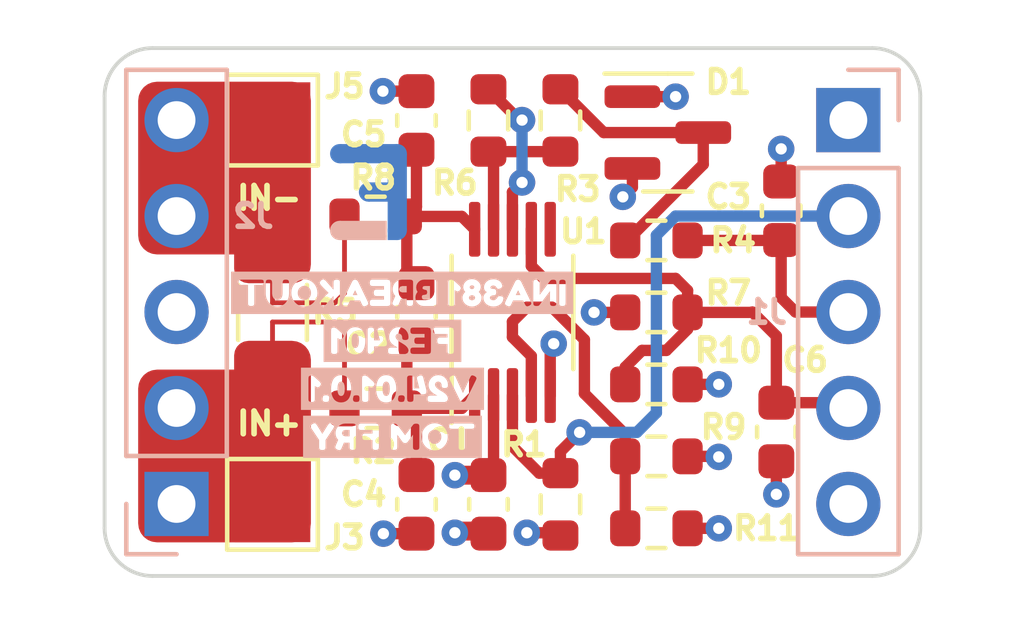
<source format=kicad_pcb>
(kicad_pcb (version 20221018) (generator pcbnew)
  (title_block (title "INA381 Breakout") (date "2024-01-03") (rev "V24.01.0.1") (company "Fried Electronics") (comment 1 "Tom Fry"))
  (layers (0 "F.Cu" signal) (1 "In1.Cu" power) (2 "In2.Cu" power) (31 "B.Cu" signal) (34 "B.Paste" user) (35 "F.Paste" user) (36 "B.SilkS" user "B.Silkscreen") (37 "F.SilkS" user "F.Silkscreen") (38 "B.Mask" user) (39 "F.Mask" user) (44 "Edge.Cuts" user))
  (net 0 "")
  (net 1 "GND")
  (net 2 "VDD")
  (net 3 "Net-(J1-Pin_3)")
  (net 4 "Net-(D1-COM)")
  (net 5 "/RES+")
  (net 7 "/RES-")
  (net 8 "/IN+")
  (net 9 "/IN-")
  (net 10 "/~{ALERT}")
  (net 12 "/CMPREF")
  (net 13 "/VOUT")
  (net 14 "/CMPIN")
  (net 15 "/RESET")
  (footprint "Resistor_SMD:R_0603_1608Metric" (layer "F.Cu") (at 153.035 83.82 90)
    (fp_text reference "R3" (at -1.8188 0.4572 unlocked) (layer "F.SilkS") (effects (font (size 0.6 0.6))))
    (fp_text value "100R")
    (pad "1" smd roundrect (at -0.825 0 90) (size 0.8 0.95) (layers "F.Cu" "F.Paste" "F.Mask") (net 13 "/VOUT"))
    (pad "2" smd roundrect (at 0.825 0 90) (size 0.8 0.95) (layers "F.Cu" "F.Paste" "F.Mask") (net 4 "Net-(D1-COM)"))
  )
  (footprint "Capacitor_SMD:C_0603_1608Metric" (layer "F.Cu") (at 149.225 88.9 90)
    (fp_text reference "C2" (at -0.879 -1.27 unlocked) (layer "F.SilkS") (effects (font (size 0.6 0.6))))
    (fp_text value "100nF")
    (pad "1" smd roundrect (at -0.775 0 90) (size 0.9 0.95) (layers "F.Cu" "F.Paste" "F.Mask") (net 8 "/IN+"))
    (pad "2" smd roundrect (at 0.775 0 90) (size 0.9 0.95) (layers "F.Cu" "F.Paste" "F.Mask") (net 9 "/IN-"))
  )
  (footprint "Resistor_SMD:R_0603_1608Metric" (layer "F.Cu") (at 155.575 88.9)
    (fp_text reference "R7" (at 1.905 -0.518 unlocked) (layer "F.SilkS") (effects (font (size 0.6 0.6))))
    (fp_text value "10k")
    (pad "1" smd roundrect (at -0.825 0) (size 0.8 0.95) (layers "F.Cu" "F.Paste" "F.Mask") (net 2 "VDD"))
    (pad "2" smd roundrect (at 0.825 0) (size 0.8 0.95) (layers "F.Cu" "F.Paste" "F.Mask") (net 12 "/CMPREF"))
  )
  (footprint "Capacitor_SMD:C_0603_1608Metric" (layer "F.Cu") (at 149.225 83.82 90)
    (fp_text reference "C5" (at -0.371 -1.397 unlocked) (layer "F.SilkS") (effects (font (size 0.6 0.6))))
    (fp_text value "100nF")
    (pad "1" smd roundrect (at -0.775 0 90) (size 0.9 0.95) (layers "F.Cu" "F.Paste" "F.Mask") (net 9 "/IN-"))
    (pad "2" smd roundrect (at 0.775 0 90) (size 0.9 0.95) (layers "F.Cu" "F.Paste" "F.Mask") (net 1 "GND"))
  )
  (footprint "Resistor_SMD:R_1206_3216Metric" (layer "F.Cu") (at 145.415 88.9 90)
    (fp_text reference "R5" (at 0.01 1.651 unlocked) (layer "F.SilkS") (effects (font (size 0.6 0.6))))
    (fp_text value "0.020R")
    (pad "1" smd roundrect (at -1.4625 0 90) (size 1.125 1.75) (layers "F.Cu" "F.Paste" "F.Mask") (roundrect_rratio 0.2222222222) (net 5 "/RES+"))
    (pad "2" smd roundrect (at 1.4625 0 90) (size 1.125 1.75) (layers "F.Cu" "F.Paste" "F.Mask") (roundrect_rratio 0.2222222222) (net 7 "/RES-"))
  )
  (footprint "Package_SO:VSSOP-10_3x3mm_P0.5mm" (layer "F.Cu") (at 151.765 88.9 90)
    (fp_text reference "U1" (at 2.1436 1.8796 unlocked) (layer "F.SilkS") (effects (font (size 0.6 0.6))))
    (fp_text value "INA381")
    (pad "1" smd roundrect (at -2.2 -1 90) (size 1.45 0.3) (layers "F.Cu" "F.Paste" "F.Mask") (net 8 "/IN+"))
    (pad "2" smd roundrect (at -2.2 -0.5 90) (size 1.45 0.3) (layers "F.Cu" "F.Paste" "F.Mask") (net 2 "VDD"))
    (pad "3" smd roundrect (at -2.2 0 90) (size 1.45 0.3) (layers "F.Cu" "F.Paste" "F.Mask") (net 10 "/~{ALERT}"))
    (pad "4" smd roundrect (at -2.2 0.5 90) (size 1.45 0.3) (layers "F.Cu" "F.Paste" "F.Mask") (net 15 "/RESET"))
    (pad "5" smd roundrect (at -2.2 1 90) (size 1.45 0.3) (layers "F.Cu" "F.Paste" "F.Mask") (net 1 "GND"))
    (pad "6" smd roundrect (at 2.2 1 90) (size 1.45 0.3) (layers "F.Cu" "F.Paste" "F.Mask"))
    (pad "7" smd roundrect (at 2.2 0.5 90) (size 1.45 0.3) (layers "F.Cu" "F.Paste" "F.Mask") (net 12 "/CMPREF"))
    (pad "8" smd roundrect (at 2.2 0 90) (size 1.45 0.3) (layers "F.Cu" "F.Paste" "F.Mask") (net 14 "/CMPIN"))
    (pad "9" smd roundrect (at 2.2 -0.5 90) (size 1.45 0.3) (layers "F.Cu" "F.Paste" "F.Mask") (net 13 "/VOUT"))
    (pad "10" smd roundrect (at 2.2 -1 90) (size 1.45 0.3) (layers "F.Cu" "F.Paste" "F.Mask") (net 9 "/IN-"))
  )
  (footprint "Capacitor_SMD:C_0603_1608Metric" (layer "F.Cu") (at 158.75 92.065 -90)
    (fp_text reference "C6" (at -1.905 -0.762 unlocked) (layer "F.SilkS") (effects (font (size 0.6 0.6))))
    (fp_text value "1uF")
    (pad "1" smd roundrect (at -0.775 0 270) (size 0.9 0.95) (layers "F.Cu" "F.Paste" "F.Mask") (net 12 "/CMPREF"))
    (pad "2" smd roundrect (at 0.775 0 270) (size 0.9 0.95) (layers "F.Cu" "F.Paste" "F.Mask") (net 1 "GND"))
  )
  (footprint "Package_TO_SOT_SMD:SOT-23" (layer "F.Cu") (at 155.8775 84.14)
    (fp_text reference "D1" (at 1.6025 -1.336 unlocked) (layer "F.SilkS") (effects (font (size 0.6 0.6))))
    (fp_text value "BAT54S")
    (pad "1" smd roundrect (at -0.9375 -0.95) (size 1.475 0.6) (layers "F.Cu" "F.Paste" "F.Mask") (net 1 "GND"))
    (pad "2" smd roundrect (at -0.9375 0.95) (size 1.475 0.6) (layers "F.Cu" "F.Paste" "F.Mask") (net 2 "VDD"))
    (pad "3" smd roundrect (at 0.9375 0) (size 1.475 0.6) (layers "F.Cu" "F.Paste" "F.Mask") (net 4 "Net-(D1-COM)"))
  )
  (footprint "Resistor_SMD:R_0603_1608Metric" (layer "F.Cu") (at 151.13 83.82 90)
    (fp_text reference "R6" (at -1.651 -0.889 unlocked) (layer "F.SilkS") (effects (font (size 0.6 0.6))))
    (fp_text value "0R")
    (pad "1" smd roundrect (at -0.825 0 90) (size 0.8 0.95) (layers "F.Cu" "F.Paste" "F.Mask") (net 13 "/VOUT"))
    (pad "2" smd roundrect (at 0.825 0 90) (size 0.8 0.95) (layers "F.Cu" "F.Paste" "F.Mask") (net 14 "/CMPIN"))
  )
  (footprint "Resistor_SMD:R_0603_1608Metric" (layer "F.Cu") (at 155.575 94.615)
    (fp_text reference "R11" (at 2.921 0 unlocked) (layer "F.SilkS") (effects (font (size 0.6 0.6))))
    (fp_text value "0R")
    (pad "1" smd roundrect (at -0.825 0) (size 0.8 0.95) (layers "F.Cu" "F.Paste" "F.Mask") (net 15 "/RESET"))
    (pad "2" smd roundrect (at 0.825 0) (size 0.8 0.95) (layers "F.Cu" "F.Paste" "F.Mask") (net 1 "GND"))
  )
  (footprint "Capacitor_SMD:C_0603_1608Metric" (layer "F.Cu") (at 158.877 86.21 90)
    (fp_text reference "C3" (at 0.368 -1.397 unlocked) (layer "F.SilkS") (effects (font (size 0.6 0.6))))
    (fp_text value "10nF")
    (pad "1" smd roundrect (at -0.775 0 90) (size 0.9 0.95) (layers "F.Cu" "F.Paste" "F.Mask") (net 3 "Net-(J1-Pin_3)"))
    (pad "2" smd roundrect (at 0.775 0 90) (size 0.9 0.95) (layers "F.Cu" "F.Paste" "F.Mask") (net 1 "GND"))
  )
  (footprint "Resistor_SMD:R_0603_1608Metric" (layer "F.Cu") (at 155.575 92.71 180)
    (fp_text reference "R9" (at -1.778 0.772 unlocked) (layer "F.SilkS") (effects (font (size 0.6 0.6))))
    (fp_text value "0R")
    (pad "1" smd roundrect (at -0.825 0 180) (size 0.8 0.95) (layers "F.Cu" "F.Paste" "F.Mask") (net 2 "VDD"))
    (pad "2" smd roundrect (at 0.825 0 180) (size 0.8 0.95) (layers "F.Cu" "F.Paste" "F.Mask") (net 15 "/RESET"))
  )
  (footprint "Resistor_SMD:R_0603_1608Metric" (layer "F.Cu") (at 155.575 90.805)
    (fp_text reference "R10" (at 1.905 -0.899 unlocked) (layer "F.SilkS") (effects (font (size 0.6 0.6))))
    (fp_text value "10k")
    (pad "1" smd roundrect (at -0.825 0) (size 0.8 0.95) (layers "F.Cu" "F.Paste" "F.Mask") (net 12 "/CMPREF"))
    (pad "2" smd roundrect (at 0.825 0) (size 0.8 0.95) (layers "F.Cu" "F.Paste" "F.Mask") (net 1 "GND"))
  )
  (footprint "Resistor_SMD:R_0603_1608Metric" (layer "F.Cu") (at 155.575 86.995)
    (fp_text reference "R4" (at 2.032 0 unlocked) (layer "F.SilkS") (effects (font (size 0.6 0.6))))
    (fp_text value "0R")
    (pad "1" smd roundrect (at -0.825 0) (size 0.8 0.95) (layers "F.Cu" "F.Paste" "F.Mask") (net 4 "Net-(D1-COM)"))
    (pad "2" smd roundrect (at 0.825 0) (size 0.8 0.95) (layers "F.Cu" "F.Paste" "F.Mask") (net 3 "Net-(J1-Pin_3)"))
  )
  (footprint "Capacitor_SMD:C_0603_1608Metric" (layer "F.Cu") (at 149.225 93.98 -90)
    (fp_text reference "C4" (at -0.264 1.397 unlocked) (layer "F.SilkS") (effects (font (size 0.6 0.6))))
    (fp_text value "100nF")
    (pad "1" smd roundrect (at -0.775 0 270) (size 0.9 0.95) (layers "F.Cu" "F.Paste" "F.Mask") (net 8 "/IN+"))
    (pad "2" smd roundrect (at 0.775 0 270) (size 0.9 0.95) (layers "F.Cu" "F.Paste" "F.Mask") (net 1 "GND"))
  )
  (footprint "TestPoint:TestPoint_Pad_2.0x2.0mm" (layer "F.Cu") (at 145.415 93.98)
    (fp_text reference "J3" (at 1.905 0.879 unlocked) (layer "F.SilkS") (effects (font (size 0.6 0.6))))
    (fp_text value "IN+")
    (pad "1" smd rect (at 0 0) (size 2 2) (layers "F.Cu" "F.Mask") (net 5 "/RES+"))
  )
  (footprint "Resistor_SMD:R_0603_1608Metric" (layer "F.Cu") (at 148.145 91.44)
    (fp_text reference "R2" (at -0.063 1.133 unlocked) (layer "F.SilkS") (effects (font (size 0.6 0.6))))
    (fp_text value "10R")
    (pad "1" smd roundrect (at -0.825 0) (size 0.8 0.95) (layers "F.Cu" "F.Paste" "F.Mask") (net 5 "/RES+"))
    (pad "2" smd roundrect (at 0.825 0) (size 0.8 0.95) (layers "F.Cu" "F.Paste" "F.Mask") (net 8 "/IN+"))
  )
  (footprint "Resistor_SMD:R_0603_1608Metric" (layer "F.Cu") (at 148.145 86.36)
    (fp_text reference "R8" (at -0.063 -1.026 unlocked) (layer "F.SilkS") (effects (font (size 0.6 0.6))))
    (fp_text value "10R")
    (pad "1" smd roundrect (at -0.825 0) (size 0.8 0.95) (layers "F.Cu" "F.Paste" "F.Mask") (net 7 "/RES-"))
    (pad "2" smd roundrect (at 0.825 0) (size 0.8 0.95) (layers "F.Cu" "F.Paste" "F.Mask") (net 9 "/IN-"))
  )
  (footprint "Capacitor_SMD:C_0603_1608Metric" (layer "F.Cu") (at 151.13 93.98 90)
    (fp_text reference "C1" (at 1.661 -1.016 unlocked) (layer "F.SilkS") (effects (font (size 0.6 0.6))))
    (fp_text value "100nF")
    (pad "1" smd roundrect (at -0.775 0 90) (size 0.9 0.95) (layers "F.Cu" "F.Paste" "F.Mask") (net 1 "GND"))
    (pad "2" smd roundrect (at 0.775 0 90) (size 0.9 0.95) (layers "F.Cu" "F.Paste" "F.Mask") (net 2 "VDD"))
  )
  (footprint "TestPoint:TestPoint_Pad_2.0x2.0mm" (layer "F.Cu") (at 145.415 83.81)
    (fp_text reference "J5" (at 1.905 -0.889 unlocked) (layer "F.SilkS") (effects (font (size 0.6 0.6))))
    (fp_text value "IN-")
    (pad "1" smd rect (at 0 0) (size 2 2) (layers "F.Cu" "F.Mask") (net 7 "/RES-"))
  )
  (footprint "Resistor_SMD:R_0603_1608Metric" (layer "F.Cu") (at 153.035 93.98 90)
    (fp_text reference "R1" (at 1.5848 -0.9652 unlocked) (layer "F.SilkS") (effects (font (size 0.6 0.6))))
    (fp_text value "10k")
    (pad "1" smd roundrect (at -0.825 0 90) (size 0.8 0.95) (layers "F.Cu" "F.Paste" "F.Mask") (net 2 "VDD"))
    (pad "2" smd roundrect (at 0.825 0 90) (size 0.8 0.95) (layers "F.Cu" "F.Paste" "F.Mask") (net 10 "/~{ALERT}"))
  )
  (footprint "kibuzzard-659961C4" (layer "B.Cu") (at 148.59 89.652 180)
    (fp_text reference "kibuzzard-659961C4" hide)
    (fp_text value "G***" hide)
  )
  (footprint "Connector_PinHeader_2.54mm:PinHeader_1x05_P2.54mm_Vertical" (layer "B.Cu") (at 160.655 83.81 180)
    (fp_text reference "J1" (at 2.159 -5.08 unlocked) (layer "B.SilkS") (effects (font (size 0.6 0.6)) (justify mirror)))
    (fp_text value "Conn_01x05")
    (pad "1" thru_hole rect (at 0 0 180) (size 1.7 1.7) (drill 1) (layers "*.Cu" "*.Mask") (net 2 "VDD"))
    (pad "2" thru_hole oval (at 0 -2.54 180) (size 1.7 1.7) (drill 1) (layers "*.Cu" "*.Mask") (net 10 "/~{ALERT}"))
    (pad "3" thru_hole oval (at 0 -5.08 180) (size 1.7 1.7) (drill 1) (layers "*.Cu" "*.Mask") (net 3 "Net-(J1-Pin_3)"))
    (pad "4" thru_hole oval (at 0 -7.62 180) (size 1.7 1.7) (drill 1) (layers "*.Cu" "*.Mask") (net 12 "/CMPREF"))
    (pad "5" thru_hole oval (at 0 -10.16 180) (size 1.7 1.7) (drill 1) (layers "*.Cu" "*.Mask") (net 1 "GND"))
  )
  (footprint "kibuzzard-6599620A" (layer "B.Cu") (at 148.59 90.922 180)
    (fp_text reference "kibuzzard-6599620A" hide)
    (fp_text value "G***" hide)
  )
  (footprint "Connector_PinHeader_2.54mm:PinHeader_1x05_P2.54mm_Vertical" (layer "B.Cu") (at 142.875 93.97)
    (fp_text reference "J2" (at 2.032 -7.62 unlocked) (layer "B.SilkS") (effects (font (size 0.6 0.6)) (justify mirror)))
    (fp_text value "Conn_01x05")
    (pad "1" thru_hole rect (at 0 0) (size 1.7 1.7) (drill 1) (layers "*.Cu" "*.Mask") (net 5 "/RES+"))
    (pad "2" thru_hole oval (at 0 -2.54) (size 1.7 1.7) (drill 1) (layers "*.Cu" "*.Mask") (net 5 "/RES+"))
    (pad "3" thru_hole oval (at 0 -5.08) (size 1.7 1.7) (drill 1) (layers "*.Cu" "*.Mask"))
    (pad "4" thru_hole oval (at 0 -7.62) (size 1.7 1.7) (drill 1) (layers "*.Cu" "*.Mask") (net 7 "/RES-"))
    (pad "5" thru_hole oval (at 0 -10.16) (size 1.7 1.7) (drill 1) (layers "*.Cu" "*.Mask") (net 7 "/RES-"))
  )
  (footprint "kibuzzard-65996276" (layer "B.Cu") (at 148.59 92.192 180)
    (fp_text reference "kibuzzard-65996276" hide)
    (fp_text value "G***" hide)
  )
  (footprint "friedElectronicsFootprints:Icon_Small" (layer "B.Cu") (at 147.955 85.715 180)
    (fp_text reference "REF**")
    (fp_text value "Icon_Small")
    (fp_circle (center -0.762 -1.016) (end -1.016 -1.016) (stroke (width 0.001)) (fill solid) (layer "B.Cu"))
    (fp_circle (center -0.762 1.016) (end -1.016 1.016) (stroke (width 0.001)) (fill solid) (layer "B.Cu"))
    (fp_circle (center 0 0) (end 0.254 0) (stroke (width 0.001)) (fill solid) (layer "B.Cu"))
    (fp_circle (center 0.762 1.016) (end 1.016 1.016) (stroke (width 0.001)) (fill solid) (layer "B.Cu"))
    (fp_poly (pts (xy -1.016 1.016) (xy -1.016 -1.016) (xy -0.762 -1.27) (xy -0.508 -1.27) (xy -0.508 -0.254) (xy 0 -0.254) (xy 0 0.254) (xy -0.508 0.254) (xy -0.508 0.762) (xy 0.762 0.762) (xy 0.762 1.27) (xy -0.762 1.27)) (stroke (width 0.001)) (fill solid) (layer "B.Cu"))
  )
  (footprint "kibuzzard-65996284" (layer "B.Cu") (at 148.844 88.382 180)
    (fp_text reference "kibuzzard-65996284" hide)
    (fp_text value "G***" hide)
  )
  (gr_arc (start 161.29 81.905) (mid 162.188026 82.276974) (end 162.56 83.175) (stroke (width 0.1)) (layer "Edge.Cuts"))
  (gr_arc (start 162.56 94.605) (mid 162.188026 95.503026) (end 161.29 95.875) (stroke (width 0.1)) (layer "Edge.Cuts"))
  (gr_arc (start 140.97 83.175) (mid 141.341974 82.276974) (end 142.24 81.905) (stroke (width 0.1)) (layer "Edge.Cuts"))
  (gr_arc (start 142.24 95.875) (mid 141.341974 95.503026) (end 140.97 94.605) (stroke (width 0.1)) (layer "Edge.Cuts"))
  (gr_line (start 140.97 83.175) (end 140.97 94.605) (stroke (width 0.1)) (layer "Edge.Cuts"))
  (gr_line (start 142.24 81.905) (end 161.29 81.905) (stroke (width 0.1)) (layer "Edge.Cuts"))
  (gr_line (start 162.56 94.605) (end 162.56 83.175) (stroke (width 0.1)) (layer "Edge.Cuts"))
  (gr_line (start 161.29 95.875) (end 142.24 95.875) (stroke (width 0.1)) (layer "Edge.Cuts"))
  (gr_text "IN-" (at 144.399 86.223) (layer "F.SilkS") (effects (font (size 0.6 0.6) (thickness 0.15) bold) (justify left bottom)))
  (gr_text "IN+" (at 144.399 92.192) (layer "F.SilkS") (effects (font (size 0.6 0.6) (thickness 0.15) bold) (justify left bottom)))
  (segment (start 150.285341 94.687659) (end 151.13 94.687659) (width 0.5) (layer "F.Cu") (net 1))
  (segment (start 150.241 94.732) (end 150.285341 94.687659) (width 0.5) (layer "F.Cu") (net 1))
  (segment (start 156.4 90.805) (end 157.226 90.805) (width 0.3) (layer "F.Cu") (net 1))
  (segment (start 151.13 94.755) (end 151.13 94.687659) (width 0.3) (layer "F.Cu") (net 1))
  (segment (start 152.765 89.8195) (end 152.765 91.1) (width 0.3) (layer "F.Cu") (net 1))
  (segment (start 158.877 85.435) (end 158.877 84.572) (width 0.3) (layer "F.Cu") (net 1))
  (segment (start 152.85675 89.72775) (end 152.765 89.8195) (width 0.3) (layer "F.Cu") (net 1))
  (segment (start 148.336 83.045) (end 149.225 83.045) (width 0.3) (layer "F.Cu") (net 1))
  (segment (start 156.083 83.19) (end 154.94 83.19) (width 0.3) (layer "F.Cu") (net 1))
  (segment (start 158.75 92.84) (end 158.75 93.716) (width 0.3) (layer "F.Cu") (net 1))
  (segment (start 148.349 94.755) (end 149.225 94.755) (width 0.3) (layer "F.Cu") (net 1))
  (segment (start 156.4 94.615) (end 157.226 94.615) (width 0.3) (layer "F.Cu") (net 1))
  (via (at 148.349 94.755) (size 0.7) (drill 0.3) (layers "F.Cu" "B.Cu") (net 1))
  (via (at 156.083 83.19) (size 0.7) (drill 0.3) (layers "F.Cu" "B.Cu") (net 1))
  (via (at 157.226 90.805) (size 0.7) (drill 0.3) (layers "F.Cu" "B.Cu") (net 1))
  (via (at 158.75 93.716) (size 0.7) (drill 0.3) (layers "F.Cu" "B.Cu") (net 1))
  (via (at 157.226 94.615) (size 0.7) (drill 0.3) (layers "F.Cu" "B.Cu") (net 1))
  (via (at 158.877 84.572) (size 0.7) (drill 0.3) (layers "F.Cu" "B.Cu") (net 1))
  (via (at 152.85675 89.72775) (size 0.7) (drill 0.3) (layers "F.Cu" "B.Cu") (net 1))
  (via (at 148.336 83.045) (size 0.7) (drill 0.3) (layers "F.Cu" "B.Cu") (net 1))
  (via (at 150.241 94.732) (size 0.7) (drill 0.3) (layers "F.Cu" "B.Cu") (net 1))
  (segment (start 151.265 91.1) (end 151.265 93.07) (width 0.3) (layer "F.Cu") (net 2))
  (segment (start 152.962 94.732) (end 153.035 94.805) (width 0.3) (layer "F.Cu") (net 2))
  (segment (start 154.686 85.842) (end 154.94 85.588) (width 0.3) (layer "F.Cu") (net 2))
  (segment (start 152.146 94.732) (end 152.962 94.732) (width 0.3) (layer "F.Cu") (net 2))
  (segment (start 151.265 93.07) (end 151.13 93.205) (width 0.3) (layer "F.Cu") (net 2))
  (segment (start 157.226 92.7245) (end 157.2115 92.71) (width 0.3) (layer "F.Cu") (net 2))
  (segment (start 154.94 85.588) (end 154.94 85.09) (width 0.3) (layer "F.Cu") (net 2))
  (segment (start 150.241 93.208) (end 151.127 93.208) (width 0.5) (layer "F.Cu") (net 2))
  (segment (start 151.127 93.208) (end 151.13 93.205) (width 0.5) (layer "F.Cu") (net 2))
  (segment (start 153.924 88.9) (end 154.75 88.9) (width 0.3) (layer "F.Cu") (net 2))
  (segment (start 157.2115 92.71) (end 156.4 92.71) (width 0.3) (layer "F.Cu") (net 2))
  (via (at 154.686 85.842) (size 0.7) (drill 0.3) (layers "F.Cu" "B.Cu") (net 2))
  (via (at 153.924 88.9) (size 0.7) (drill 0.3) (layers "F.Cu" "B.Cu") (net 2))
  (via (at 157.226 92.7245) (size 0.7) (drill 0.3) (layers "F.Cu" "B.Cu") (net 2))
  (via (at 152.146 94.732) (size 0.7) (drill 0.3) (layers "F.Cu" "B.Cu") (net 2))
  (via (at 150.241 93.208) (size 0.7) (drill 0.3) (layers "F.Cu" "B.Cu") (net 2))
  (segment (start 158.877 88.509) (end 159.258 88.89) (width 0.3) (layer "F.Cu") (net 3))
  (segment (start 159.258 88.89) (end 160.655 88.89) (width 0.3) (layer "F.Cu") (net 3))
  (segment (start 156.4 86.995) (end 158.867 86.995) (width 0.3) (layer "F.Cu") (net 3))
  (segment (start 158.877 86.985) (end 158.877 88.509) (width 0.3) (layer "F.Cu") (net 3))
  (segment (start 158.867 86.995) (end 158.877 86.985) (width 0.3) (layer "F.Cu") (net 3))
  (segment (start 154.803 86.995) (end 156.815 84.983) (width 0.3) (layer "F.Cu") (net 4))
  (segment (start 154.18 84.14) (end 156.815 84.14) (width 0.3) (layer "F.Cu") (net 4))
  (segment (start 153.035 82.995) (end 154.18 84.14) (width 0.3) (layer "F.Cu") (net 4))
  (segment (start 156.815 84.983) (end 156.815 84.14) (width 0.3) (layer "F.Cu") (net 4))
  (segment (start 154.75 86.995) (end 154.803 86.995) (width 0.3) (layer "F.Cu") (net 4))
  (segment (start 145.415 89.154) (end 145.415 90.3625) (width 0.127) (layer "F.Cu") (net 5))
  (segment (start 147.32 89.408) (end 147.066 89.154) (width 0.127) (layer "F.Cu") (net 5))
  (segment (start 147.066 89.154) (end 145.415 89.154) (width 0.127) (layer "F.Cu") (net 5))
  (segment (start 147.32 91.44) (end 147.32 89.408) (width 0.127) (layer "F.Cu") (net 5))
  (segment (start 147.066 88.646) (end 145.415 88.646) (width 0.127) (layer "F.Cu") (net 7))
  (segment (start 147.32 86.36) (end 147.32 88.392) (width 0.127) (layer "F.Cu") (net 7))
  (segment (start 147.32 88.392) (end 147.066 88.646) (width 0.127) (layer "F.Cu") (net 7))
  (segment (start 145.415 88.646) (end 145.415 87.4375) (width 0.127) (layer "F.Cu") (net 7))
  (segment (start 150.425 91.44) (end 150.765 91.1) (width 0.3) (layer "F.Cu") (net 8))
  (segment (start 149.225 93.205) (end 149.225 91.695) (width 0.3) (layer "F.Cu") (net 8))
  (segment (start 148.97 91.44) (end 150.425 91.44) (width 0.3) (layer "F.Cu") (net 8))
  (segment (start 149.225 91.695) (end 148.97 91.44) (width 0.3) (layer "F.Cu") (net 8))
  (segment (start 148.97 91.44) (end 148.97 89.93) (width 0.3) (layer "F.Cu") (net 8))
  (segment (start 148.97 89.93) (end 149.225 89.675) (width 0.3) (layer "F.Cu") (net 8))
  (segment (start 148.97 86.36) (end 150.425 86.36) (width 0.3) (layer "F.Cu") (net 9))
  (segment (start 149.225 86.105) (end 148.97 86.36) (width 0.3) (layer "F.Cu") (net 9))
  (segment (start 148.97 87.87) (end 149.225 88.125) (width 0.3) (layer "F.Cu") (net 9))
  (segment (start 148.97 86.36) (end 148.97 87.87) (width 0.3) (layer "F.Cu") (net 9))
  (segment (start 149.225 84.595) (end 149.225 86.105) (width 0.3) (layer "F.Cu") (net 9))
  (segment (start 150.425 86.36) (end 150.765 86.7) (width 0.3) (layer "F.Cu") (net 9))
  (segment (start 151.765 91.1) (end 151.765 92.446) (width 0.3) (layer "F.Cu") (net 10))
  (segment (start 152.474 93.155) (end 153.035 93.155) (width 0.3) (layer "F.Cu") (net 10))
  (segment (start 151.765 92.446) (end 152.474 93.155) (width 0.3) (layer "F.Cu") (net 10))
  (segment (start 153.035 92.583) (end 153.035 93.155) (width 0.3) (layer "F.Cu") (net 10))
  (segment (start 153.543 92.075) (end 153.035 92.583) (width 0.3) (layer "F.Cu") (net 10))
  (via (at 153.543 92.075) (size 0.7) (drill 0.3) (layers "F.Cu" "B.Cu") (net 10))
  (segment (start 155.575 86.858) (end 156.083 86.35) (width 0.3) (layer "B.Cu") (net 10))
  (segment (start 153.543 92.075) (end 155.057 92.075) (width 0.3) (layer "B.Cu") (net 10))
  (segment (start 155.575 91.557) (end 155.575 86.858) (width 0.3) (layer "B.Cu") (net 10))
  (segment (start 155.057 92.075) (end 155.575 91.557) (width 0.3) (layer "B.Cu") (net 10))
  (segment (start 156.083 86.35) (end 160.655 86.35) (width 0.3) (layer "B.Cu") (net 10))
  (segment (start 156.083 88.001) (end 156.4 88.318) (width 0.3) (layer "F.Cu") (net 12))
  (segment (start 152.265 86.7) (end 152.265 87.673358) (width 0.3) (layer "F.Cu") (net 12))
  (segment (start 158.75 91.29) (end 158.75 89.525) (width 0.3) (layer "F.Cu") (net 12))
  (segment (start 152.592642 88.001) (end 156.083 88.001) (width 0.3) (layer "F.Cu") (net 12))
  (segment (start 160.515 91.29) (end 160.655 91.43) (width 0.3) (layer "F.Cu") (net 12))
  (segment (start 155.194 89.906) (end 154.75 90.35) (width 0.3) (layer "F.Cu") (net 12))
  (segment (start 156.4 88.318) (end 156.4 88.9) (width 0.3) (layer "F.Cu") (net 12))
  (segment (start 158.75 91.29) (end 160.515 91.29) (width 0.3) (layer "F.Cu") (net 12))
  (segment (start 158.115 88.89) (end 158.105 88.9) (width 0.3) (layer "F.Cu") (net 12))
  (segment (start 158.105 88.9) (end 156.4 88.9) (width 0.3) (layer "F.Cu") (net 12))
  (segment (start 158.75 89.525) (end 158.115 88.89) (width 0.3) (layer "F.Cu") (net 12))
  (segment (start 152.265 87.673358) (end 152.592642 88.001) (width 0.3) (layer "F.Cu") (net 12))
  (segment (start 156.4 89.345) (end 155.839 89.906) (width 0.3) (layer "F.Cu") (net 12))
  (segment (start 155.839 89.906) (end 155.194 89.906) (width 0.3) (layer "F.Cu") (net 12))
  (segment (start 154.75 90.35) (end 154.75 90.805) (width 0.3) (layer "F.Cu") (net 12))
  (segment (start 156.4 88.9) (end 156.4 89.345) (width 0.3) (layer "F.Cu") (net 12))
  (segment (start 151.265 84.78) (end 151.13 84.645) (width 0.3) (layer "F.Cu") (net 13))
  (segment (start 151.265 86.7) (end 151.265 84.78) (width 0.3) (layer "F.Cu") (net 13))
  (segment (start 151.13 84.645) (end 153.035 84.645) (width 0.3) (layer "F.Cu") (net 13))
  (segment (start 151.765 85.715) (end 151.765 86.7) (width 0.3) (layer "F.Cu") (net 14))
  (segment (start 152.019 85.461) (end 151.765 85.715) (width 0.3) (layer "F.Cu") (net 14))
  (segment (start 151.945 83.81) (end 151.13 82.995) (width 0.3) (layer "F.Cu") (net 14))
  (segment (start 152.019 83.81) (end 151.945 83.81) (width 0.3) (layer "F.Cu") (net 14))
  (via (at 152.019 83.81) (size 0.7) (drill 0.3) (layers "F.Cu" "B.Cu") (net 14))
  (via (at 152.019 85.461) (size 0.7) (drill 0.3) (layers "F.Cu" "B.Cu") (net 14))
  (segment (start 152.019 85.461) (end 152.019 83.81) (width 0.3) (layer "B.Cu") (net 14))
  (segment (start 154.75 92.71) (end 154.75 94.615) (width 0.3) (layer "F.Cu") (net 15))
  (segment (start 153.67 91.049) (end 154.75 92.129) (width 0.3) (layer "F.Cu") (net 15))
  (segment (start 154.75 92.129) (end 154.75 92.71) (width 0.3) (layer "F.Cu") (net 15))
  (segment (start 152.265 90.055239) (end 151.765 89.555239) (width 0.3) (layer "F.Cu") (net 15))
  (segment (start 151.765 89.144) (end 152.146 88.763) (width 0.3) (layer "F.Cu") (net 15))
  (segment (start 153.67 89.621761) (end 153.67 91.049) (width 0.3) (layer "F.Cu") (net 15))
  (segment (start 152.146 88.763) (end 152.811239 88.763) (width 0.3) (layer "F.Cu") (net 15))
  (segment (start 151.765 89.555239) (end 151.765 89.144) (width 0.3) (layer "F.Cu") (net 15))
  (segment (start 152.811239 88.763) (end 153.67 89.621761) (width 0.3) (layer "F.Cu") (net 15))
  (segment (start 152.265 91.1) (end 152.265 90.055239) (width 0.3) (layer "F.Cu") (net 15))
  (zone (net 5) (net_name "/RES+") (layer "F.Cu") (priority 2) (connect_pads yes (clearance 0.25)) (min_thickness 0.25) (fill yes (thermal_gap 0.5) (thermal_bridge_width 0.5) (smoothing fillet) (radius 0.5))
    (polygon (pts (xy 144.399 89.652) (xy 144.399 90.414) (xy 141.859 90.414) (xy 141.859 94.986) (xy 146.431 94.986) (xy 146.431 89.652)))
  )
  (zone (net 7) (net_name "/RES-") (layer "F.Cu") (priority 2) (connect_pads yes (clearance 0.25)) (min_thickness 0.25) (fill yes (thermal_gap 0.5) (thermal_bridge_width 0.5) (smoothing fillet) (radius 0.5))
    (polygon (pts (xy 144.399 88.128) (xy 144.399 87.366) (xy 141.859 87.366) (xy 141.859 82.794) (xy 146.431 82.794) (xy 146.431 88.128)))
  )
)
</source>
